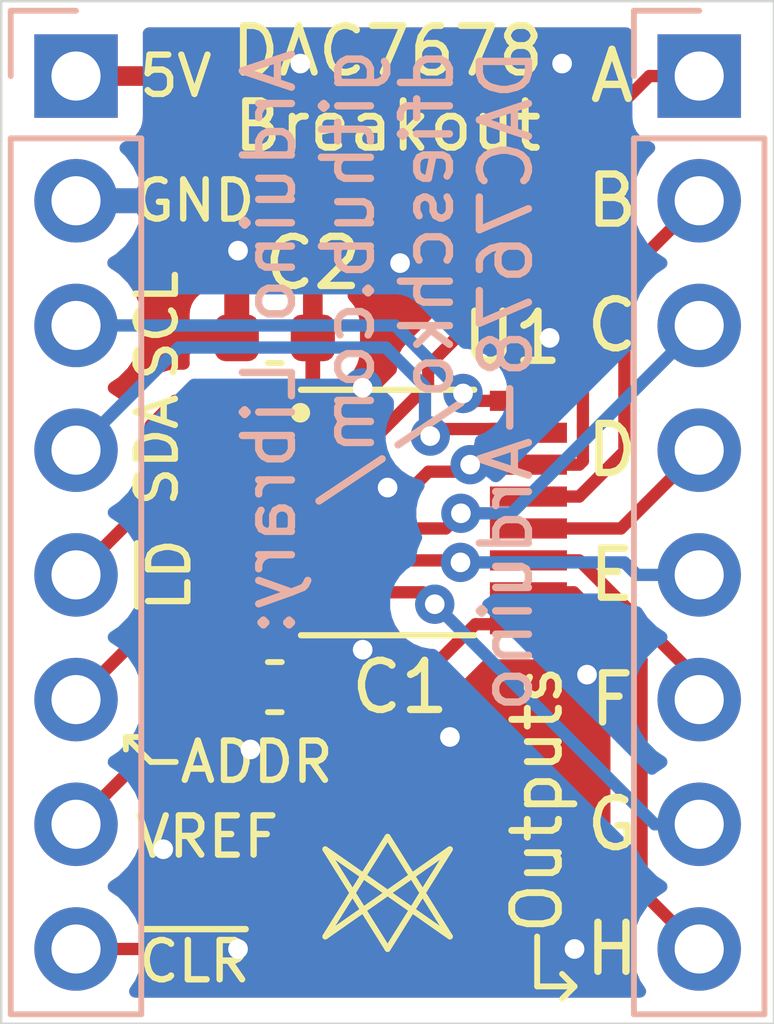
<source format=kicad_pcb>
(kicad_pcb (version 20171130) (host pcbnew "(5.1.10)-1")

  (general
    (thickness 1.6)
    (drawings 38)
    (tracks 113)
    (zones 0)
    (modules 5)
    (nets 17)
  )

  (page A4)
  (layers
    (0 F.Cu signal hide)
    (31 B.Cu signal hide)
    (32 B.Adhes user)
    (33 F.Adhes user)
    (34 B.Paste user)
    (35 F.Paste user)
    (36 B.SilkS user)
    (37 F.SilkS user)
    (38 B.Mask user)
    (39 F.Mask user)
    (40 Dwgs.User user hide)
    (41 Cmts.User user)
    (42 Eco1.User user)
    (43 Eco2.User user)
    (44 Edge.Cuts user)
    (45 Margin user)
    (46 B.CrtYd user)
    (47 F.CrtYd user)
    (48 B.Fab user hide)
    (49 F.Fab user hide)
  )

  (setup
    (last_trace_width 0.25)
    (trace_clearance 0.2)
    (zone_clearance 0.508)
    (zone_45_only no)
    (trace_min 0.2)
    (via_size 0.8)
    (via_drill 0.4)
    (via_min_size 0.4)
    (via_min_drill 0.3)
    (uvia_size 0.3)
    (uvia_drill 0.1)
    (uvias_allowed no)
    (uvia_min_size 0.2)
    (uvia_min_drill 0.1)
    (edge_width 0.05)
    (segment_width 0.2)
    (pcb_text_width 0.3)
    (pcb_text_size 1.5 1.5)
    (mod_edge_width 0.12)
    (mod_text_size 1 1)
    (mod_text_width 0.15)
    (pad_size 1.524 1.524)
    (pad_drill 0.762)
    (pad_to_mask_clearance 0)
    (aux_axis_origin 0 0)
    (visible_elements 7FFFFFFF)
    (pcbplotparams
      (layerselection 0x010fc_ffffffff)
      (usegerberextensions false)
      (usegerberattributes true)
      (usegerberadvancedattributes true)
      (creategerberjobfile true)
      (excludeedgelayer true)
      (linewidth 0.100000)
      (plotframeref false)
      (viasonmask false)
      (mode 1)
      (useauxorigin false)
      (hpglpennumber 1)
      (hpglpenspeed 20)
      (hpglpendiameter 15.000000)
      (psnegative false)
      (psa4output false)
      (plotreference true)
      (plotvalue true)
      (plotinvisibletext false)
      (padsonsilk false)
      (subtractmaskfromsilk false)
      (outputformat 1)
      (mirror false)
      (drillshape 0)
      (scaleselection 1)
      (outputdirectory "gerbers/"))
  )

  (net 0 "")
  (net 1 GND)
  (net 2 VREF)
  (net 3 +5V)
  (net 4 ~CLR)
  (net 5 ~LDAC)
  (net 6 ADDR0)
  (net 7 I2C_SDA)
  (net 8 I2C_SCL)
  (net 9 VOUTH)
  (net 10 VOUTG)
  (net 11 VOUTF)
  (net 12 VOUTE)
  (net 13 VOUTD)
  (net 14 VOUTC)
  (net 15 VOUTB)
  (net 16 VOUTA)

  (net_class Default "This is the default net class."
    (clearance 0.2)
    (trace_width 0.25)
    (via_dia 0.8)
    (via_drill 0.4)
    (uvia_dia 0.3)
    (uvia_drill 0.1)
    (add_net +5V)
    (add_net ADDR0)
    (add_net GND)
    (add_net I2C_SCL)
    (add_net I2C_SDA)
    (add_net VOUTA)
    (add_net VOUTB)
    (add_net VOUTC)
    (add_net VOUTD)
    (add_net VOUTE)
    (add_net VOUTF)
    (add_net VOUTG)
    (add_net VOUTH)
    (add_net VREF)
    (add_net ~CLR)
    (add_net ~LDAC)
  )

  (net_class PWR ""
    (clearance 0.2)
    (trace_width 0.3)
    (via_dia 0.8)
    (via_drill 0.4)
    (uvia_dia 0.3)
    (uvia_drill 0.1)
  )

  (module 16TSSOP:SOP65P640X120-16N (layer F.Cu) (tedit 60FB314B) (tstamp 60FB8F62)
    (at 134.62 88.9)
    (path /60FB01BB)
    (fp_text reference U1 (at 2.54 -3.556) (layer F.SilkS)
      (effects (font (size 1 1) (thickness 0.15)))
    )
    (fp_text value DAC7678SPW (at 0 -11.684) (layer F.Fab)
      (effects (font (size 1 1) (thickness 0.15)))
    )
    (fp_line (start 1.765 2.5) (end -1.765 2.5) (layer F.SilkS) (width 0.127))
    (fp_line (start 3.905 -2.75) (end 3.905 2.75) (layer F.CrtYd) (width 0.05))
    (fp_line (start -3.905 -2.75) (end -3.905 2.75) (layer F.CrtYd) (width 0.05))
    (fp_line (start -3.905 2.75) (end 3.905 2.75) (layer F.CrtYd) (width 0.05))
    (fp_line (start -3.905 -2.75) (end 3.905 -2.75) (layer F.CrtYd) (width 0.05))
    (fp_line (start 2.2 -2.5) (end 2.2 2.5) (layer F.Fab) (width 0.127))
    (fp_line (start -2.2 -2.5) (end -2.2 2.5) (layer F.Fab) (width 0.127))
    (fp_line (start -1.765 -2.5) (end 1.765 -2.5) (layer F.SilkS) (width 0.127))
    (fp_line (start -2.2 2.5) (end 2.2 2.5) (layer F.Fab) (width 0.127))
    (fp_line (start -2.2 -2.5) (end 2.2 -2.5) (layer F.Fab) (width 0.127))
    (fp_circle (center -1.778 -2.032) (end -1.678 -2.032) (layer F.Fab) (width 0.2))
    (fp_circle (center -1.778 -2.032) (end -1.678 -2.032) (layer F.SilkS) (width 0.2))
    (pad 16 smd rect (at 2.87 -2.275) (size 1.57 0.41) (layers F.Cu F.Paste F.Mask)
      (net 8 I2C_SCL))
    (pad 15 smd rect (at 2.87 -1.625) (size 1.57 0.41) (layers F.Cu F.Paste F.Mask)
      (net 7 I2C_SDA))
    (pad 14 smd rect (at 2.87 -0.975) (size 1.57 0.41) (layers F.Cu F.Paste F.Mask)
      (net 1 GND))
    (pad 13 smd rect (at 2.87 -0.325) (size 1.57 0.41) (layers F.Cu F.Paste F.Mask)
      (net 15 VOUTB))
    (pad 12 smd rect (at 2.87 0.325) (size 1.57 0.41) (layers F.Cu F.Paste F.Mask)
      (net 13 VOUTD))
    (pad 11 smd rect (at 2.87 0.975) (size 1.57 0.41) (layers F.Cu F.Paste F.Mask)
      (net 11 VOUTF))
    (pad 10 smd rect (at 2.87 1.625) (size 1.57 0.41) (layers F.Cu F.Paste F.Mask)
      (net 9 VOUTH))
    (pad 9 smd rect (at 2.87 2.275) (size 1.57 0.41) (layers F.Cu F.Paste F.Mask)
      (net 4 ~CLR))
    (pad 8 smd rect (at -2.87 2.275) (size 1.57 0.41) (layers F.Cu F.Paste F.Mask)
      (net 2 VREF))
    (pad 7 smd rect (at -2.87 1.625) (size 1.57 0.41) (layers F.Cu F.Paste F.Mask)
      (net 10 VOUTG))
    (pad 6 smd rect (at -2.87 0.975) (size 1.57 0.41) (layers F.Cu F.Paste F.Mask)
      (net 12 VOUTE))
    (pad 5 smd rect (at -2.87 0.325) (size 1.57 0.41) (layers F.Cu F.Paste F.Mask)
      (net 14 VOUTC))
    (pad 4 smd rect (at -2.87 -0.325) (size 1.57 0.41) (layers F.Cu F.Paste F.Mask)
      (net 16 VOUTA))
    (pad 3 smd rect (at -2.87 -0.975) (size 1.57 0.41) (layers F.Cu F.Paste F.Mask)
      (net 3 +5V))
    (pad 2 smd rect (at -2.87 -1.625) (size 1.57 0.41) (layers F.Cu F.Paste F.Mask)
      (net 6 ADDR0))
    (pad 1 smd rect (at -2.87 -2.275) (size 1.57 0.41) (layers F.Cu F.Paste F.Mask)
      (net 5 ~LDAC))
  )

  (module Connector_PinSocket_2.54mm:PinSocket_1x08_P2.54mm_Vertical (layer B.Cu) (tedit 5A19A420) (tstamp 60FB8F42)
    (at 140.97 80.01 180)
    (descr "Through hole straight socket strip, 1x08, 2.54mm pitch, single row (from Kicad 4.0.7), script generated")
    (tags "Through hole socket strip THT 1x08 2.54mm single row")
    (path /61003A08)
    (fp_text reference J2 (at 0 2.77) (layer B.SilkS) hide
      (effects (font (size 1 1) (thickness 0.15)) (justify mirror))
    )
    (fp_text value Conn_Out (at 0 -20.55) (layer B.Fab)
      (effects (font (size 1 1) (thickness 0.15)) (justify mirror))
    )
    (fp_line (start -1.8 -19.55) (end -1.8 1.8) (layer B.CrtYd) (width 0.05))
    (fp_line (start 1.75 -19.55) (end -1.8 -19.55) (layer B.CrtYd) (width 0.05))
    (fp_line (start 1.75 1.8) (end 1.75 -19.55) (layer B.CrtYd) (width 0.05))
    (fp_line (start -1.8 1.8) (end 1.75 1.8) (layer B.CrtYd) (width 0.05))
    (fp_line (start 0 1.33) (end 1.33 1.33) (layer B.SilkS) (width 0.12))
    (fp_line (start 1.33 1.33) (end 1.33 0) (layer B.SilkS) (width 0.12))
    (fp_line (start 1.33 -1.27) (end 1.33 -19.11) (layer B.SilkS) (width 0.12))
    (fp_line (start -1.33 -19.11) (end 1.33 -19.11) (layer B.SilkS) (width 0.12))
    (fp_line (start -1.33 -1.27) (end -1.33 -19.11) (layer B.SilkS) (width 0.12))
    (fp_line (start -1.33 -1.27) (end 1.33 -1.27) (layer B.SilkS) (width 0.12))
    (fp_line (start -1.27 -19.05) (end -1.27 1.27) (layer B.Fab) (width 0.1))
    (fp_line (start 1.27 -19.05) (end -1.27 -19.05) (layer B.Fab) (width 0.1))
    (fp_line (start 1.27 0.635) (end 1.27 -19.05) (layer B.Fab) (width 0.1))
    (fp_line (start 0.635 1.27) (end 1.27 0.635) (layer B.Fab) (width 0.1))
    (fp_line (start -1.27 1.27) (end 0.635 1.27) (layer B.Fab) (width 0.1))
    (fp_text user %R (at 0 -8.89 270) (layer B.Fab)
      (effects (font (size 1 1) (thickness 0.15)) (justify mirror))
    )
    (pad 8 thru_hole oval (at 0 -17.78 180) (size 1.7 1.7) (drill 1) (layers *.Cu *.Mask)
      (net 9 VOUTH))
    (pad 7 thru_hole oval (at 0 -15.24 180) (size 1.7 1.7) (drill 1) (layers *.Cu *.Mask)
      (net 10 VOUTG))
    (pad 6 thru_hole oval (at 0 -12.7 180) (size 1.7 1.7) (drill 1) (layers *.Cu *.Mask)
      (net 11 VOUTF))
    (pad 5 thru_hole oval (at 0 -10.16 180) (size 1.7 1.7) (drill 1) (layers *.Cu *.Mask)
      (net 12 VOUTE))
    (pad 4 thru_hole oval (at 0 -7.62 180) (size 1.7 1.7) (drill 1) (layers *.Cu *.Mask)
      (net 13 VOUTD))
    (pad 3 thru_hole oval (at 0 -5.08 180) (size 1.7 1.7) (drill 1) (layers *.Cu *.Mask)
      (net 14 VOUTC))
    (pad 2 thru_hole oval (at 0 -2.54 180) (size 1.7 1.7) (drill 1) (layers *.Cu *.Mask)
      (net 15 VOUTB))
    (pad 1 thru_hole rect (at 0 0 180) (size 1.7 1.7) (drill 1) (layers *.Cu *.Mask)
      (net 16 VOUTA))
    (model ${KISYS3DMOD}/Connector_PinSocket_2.54mm.3dshapes/PinSocket_1x08_P2.54mm_Vertical.wrl
      (at (xyz 0 0 0))
      (scale (xyz 1 1 1))
      (rotate (xyz 0 0 0))
    )
  )

  (module Connector_PinSocket_2.54mm:PinSocket_1x08_P2.54mm_Vertical (layer B.Cu) (tedit 5A19A420) (tstamp 60FB8F26)
    (at 128.27 80.01 180)
    (descr "Through hole straight socket strip, 1x08, 2.54mm pitch, single row (from Kicad 4.0.7), script generated")
    (tags "Through hole socket strip THT 1x08 2.54mm single row")
    (path /61001B35)
    (fp_text reference J1 (at 0 2.77) (layer B.SilkS) hide
      (effects (font (size 1 1) (thickness 0.15)) (justify mirror))
    )
    (fp_text value Conn_In (at 0 -20.55) (layer B.Fab)
      (effects (font (size 1 1) (thickness 0.15)) (justify mirror))
    )
    (fp_line (start -1.8 -19.55) (end -1.8 1.8) (layer B.CrtYd) (width 0.05))
    (fp_line (start 1.75 -19.55) (end -1.8 -19.55) (layer B.CrtYd) (width 0.05))
    (fp_line (start 1.75 1.8) (end 1.75 -19.55) (layer B.CrtYd) (width 0.05))
    (fp_line (start -1.8 1.8) (end 1.75 1.8) (layer B.CrtYd) (width 0.05))
    (fp_line (start 0 1.33) (end 1.33 1.33) (layer B.SilkS) (width 0.12))
    (fp_line (start 1.33 1.33) (end 1.33 0) (layer B.SilkS) (width 0.12))
    (fp_line (start 1.33 -1.27) (end 1.33 -19.11) (layer B.SilkS) (width 0.12))
    (fp_line (start -1.33 -19.11) (end 1.33 -19.11) (layer B.SilkS) (width 0.12))
    (fp_line (start -1.33 -1.27) (end -1.33 -19.11) (layer B.SilkS) (width 0.12))
    (fp_line (start -1.33 -1.27) (end 1.33 -1.27) (layer B.SilkS) (width 0.12))
    (fp_line (start -1.27 -19.05) (end -1.27 1.27) (layer B.Fab) (width 0.1))
    (fp_line (start 1.27 -19.05) (end -1.27 -19.05) (layer B.Fab) (width 0.1))
    (fp_line (start 1.27 0.635) (end 1.27 -19.05) (layer B.Fab) (width 0.1))
    (fp_line (start 0.635 1.27) (end 1.27 0.635) (layer B.Fab) (width 0.1))
    (fp_line (start -1.27 1.27) (end 0.635 1.27) (layer B.Fab) (width 0.1))
    (fp_text user %R (at 0 -8.89 270) (layer B.Fab)
      (effects (font (size 1 1) (thickness 0.15)) (justify mirror))
    )
    (pad 8 thru_hole oval (at 0 -17.78 180) (size 1.7 1.7) (drill 1) (layers *.Cu *.Mask)
      (net 4 ~CLR))
    (pad 7 thru_hole oval (at 0 -15.24 180) (size 1.7 1.7) (drill 1) (layers *.Cu *.Mask)
      (net 2 VREF))
    (pad 6 thru_hole oval (at 0 -12.7 180) (size 1.7 1.7) (drill 1) (layers *.Cu *.Mask)
      (net 6 ADDR0))
    (pad 5 thru_hole oval (at 0 -10.16 180) (size 1.7 1.7) (drill 1) (layers *.Cu *.Mask)
      (net 5 ~LDAC))
    (pad 4 thru_hole oval (at 0 -7.62 180) (size 1.7 1.7) (drill 1) (layers *.Cu *.Mask)
      (net 7 I2C_SDA))
    (pad 3 thru_hole oval (at 0 -5.08 180) (size 1.7 1.7) (drill 1) (layers *.Cu *.Mask)
      (net 8 I2C_SCL))
    (pad 2 thru_hole oval (at 0 -2.54 180) (size 1.7 1.7) (drill 1) (layers *.Cu *.Mask)
      (net 1 GND))
    (pad 1 thru_hole rect (at 0 0 180) (size 1.7 1.7) (drill 1) (layers *.Cu *.Mask)
      (net 3 +5V))
    (model ${KISYS3DMOD}/Connector_PinSocket_2.54mm.3dshapes/PinSocket_1x08_P2.54mm_Vertical.wrl
      (at (xyz 0 0 0))
      (scale (xyz 1 1 1))
      (rotate (xyz 0 0 0))
    )
  )

  (module Capacitor_SMD:C_0603_1608Metric (layer F.Cu) (tedit 5F68FEEE) (tstamp 60FB8F0A)
    (at 132.321 85.344 180)
    (descr "Capacitor SMD 0603 (1608 Metric), square (rectangular) end terminal, IPC_7351 nominal, (Body size source: IPC-SM-782 page 76, https://www.pcb-3d.com/wordpress/wp-content/uploads/ipc-sm-782a_amendment_1_and_2.pdf), generated with kicad-footprint-generator")
    (tags capacitor)
    (path /60FC54BF)
    (attr smd)
    (fp_text reference C2 (at -0.775 1.524) (layer F.SilkS)
      (effects (font (size 1 1) (thickness 0.15)))
    )
    (fp_text value 1u (at -2.553 0.254) (layer F.Fab)
      (effects (font (size 1 1) (thickness 0.15)))
    )
    (fp_line (start 1.48 0.73) (end -1.48 0.73) (layer F.CrtYd) (width 0.05))
    (fp_line (start 1.48 -0.73) (end 1.48 0.73) (layer F.CrtYd) (width 0.05))
    (fp_line (start -1.48 -0.73) (end 1.48 -0.73) (layer F.CrtYd) (width 0.05))
    (fp_line (start -1.48 0.73) (end -1.48 -0.73) (layer F.CrtYd) (width 0.05))
    (fp_line (start -0.14058 0.51) (end 0.14058 0.51) (layer F.SilkS) (width 0.12))
    (fp_line (start -0.14058 -0.51) (end 0.14058 -0.51) (layer F.SilkS) (width 0.12))
    (fp_line (start 0.8 0.4) (end -0.8 0.4) (layer F.Fab) (width 0.1))
    (fp_line (start 0.8 -0.4) (end 0.8 0.4) (layer F.Fab) (width 0.1))
    (fp_line (start -0.8 -0.4) (end 0.8 -0.4) (layer F.Fab) (width 0.1))
    (fp_line (start -0.8 0.4) (end -0.8 -0.4) (layer F.Fab) (width 0.1))
    (fp_text user %R (at 0 0) (layer F.Fab)
      (effects (font (size 0.4 0.4) (thickness 0.06)))
    )
    (pad 2 smd roundrect (at 0.775 0 180) (size 0.9 0.95) (layers F.Cu F.Paste F.Mask) (roundrect_rratio 0.25)
      (net 1 GND))
    (pad 1 smd roundrect (at -0.775 0 180) (size 0.9 0.95) (layers F.Cu F.Paste F.Mask) (roundrect_rratio 0.25)
      (net 3 +5V))
    (model ${KISYS3DMOD}/Capacitor_SMD.3dshapes/C_0603_1608Metric.wrl
      (at (xyz 0 0 0))
      (scale (xyz 1 1 1))
      (rotate (xyz 0 0 0))
    )
  )

  (module Capacitor_SMD:C_0603_1608Metric (layer F.Cu) (tedit 5F68FEEE) (tstamp 60FB8EF9)
    (at 132.321 92.456)
    (descr "Capacitor SMD 0603 (1608 Metric), square (rectangular) end terminal, IPC_7351 nominal, (Body size source: IPC-SM-782 page 76, https://www.pcb-3d.com/wordpress/wp-content/uploads/ipc-sm-782a_amendment_1_and_2.pdf), generated with kicad-footprint-generator")
    (tags capacitor)
    (path /60FC647D)
    (attr smd)
    (fp_text reference C1 (at 2.553 0) (layer F.SilkS)
      (effects (font (size 1 1) (thickness 0.15)))
    )
    (fp_text value 1u (at 0 1.43) (layer F.Fab)
      (effects (font (size 1 1) (thickness 0.15)))
    )
    (fp_line (start 1.48 0.73) (end -1.48 0.73) (layer F.CrtYd) (width 0.05))
    (fp_line (start 1.48 -0.73) (end 1.48 0.73) (layer F.CrtYd) (width 0.05))
    (fp_line (start -1.48 -0.73) (end 1.48 -0.73) (layer F.CrtYd) (width 0.05))
    (fp_line (start -1.48 0.73) (end -1.48 -0.73) (layer F.CrtYd) (width 0.05))
    (fp_line (start -0.14058 0.51) (end 0.14058 0.51) (layer F.SilkS) (width 0.12))
    (fp_line (start -0.14058 -0.51) (end 0.14058 -0.51) (layer F.SilkS) (width 0.12))
    (fp_line (start 0.8 0.4) (end -0.8 0.4) (layer F.Fab) (width 0.1))
    (fp_line (start 0.8 -0.4) (end 0.8 0.4) (layer F.Fab) (width 0.1))
    (fp_line (start -0.8 -0.4) (end 0.8 -0.4) (layer F.Fab) (width 0.1))
    (fp_line (start -0.8 0.4) (end -0.8 -0.4) (layer F.Fab) (width 0.1))
    (fp_text user %R (at 0 0) (layer F.Fab)
      (effects (font (size 0.4 0.4) (thickness 0.06)))
    )
    (pad 2 smd roundrect (at 0.775 0) (size 0.9 0.95) (layers F.Cu F.Paste F.Mask) (roundrect_rratio 0.25)
      (net 1 GND))
    (pad 1 smd roundrect (at -0.775 0) (size 0.9 0.95) (layers F.Cu F.Paste F.Mask) (roundrect_rratio 0.25)
      (net 2 VREF))
    (model ${KISYS3DMOD}/Capacitor_SMD.3dshapes/C_0603_1608Metric.wrl
      (at (xyz 0 0 0))
      (scale (xyz 1 1 1))
      (rotate (xyz 0 0 0))
    )
  )

  (gr_text "Arduino Library:\ngithub.com/\ndfieschko/\nDAC7678-Arduino" (at 134.62 79.375 90) (layer B.SilkS)
    (effects (font (size 1 1) (thickness 0.15)) (justify left mirror))
  )
  (gr_line (start 135.89 95.758) (end 133.35 97.536) (layer F.SilkS) (width 0.12) (tstamp 60FF24C0))
  (gr_line (start 134.62 97.79) (end 135.89 95.758) (layer F.SilkS) (width 0.12))
  (gr_line (start 133.35 95.758) (end 134.62 97.79) (layer F.SilkS) (width 0.12))
  (gr_line (start 135.89 97.536) (end 133.35 95.758) (layer F.SilkS) (width 0.12))
  (gr_line (start 134.62 95.504) (end 135.89 97.536) (layer F.SilkS) (width 0.12))
  (gr_line (start 133.35 97.536) (end 134.62 95.504) (layer F.SilkS) (width 0.12))
  (gr_line (start 138.43 98.552) (end 138.176 98.806) (layer F.SilkS) (width 0.12))
  (gr_line (start 138.43 98.552) (end 138.176 98.298) (layer F.SilkS) (width 0.12))
  (gr_line (start 137.668 98.552) (end 138.43 98.552) (layer F.SilkS) (width 0.12))
  (gr_line (start 137.668 97.536) (end 137.668 98.552) (layer F.SilkS) (width 0.12))
  (gr_line (start 129.794 93.98) (end 129.54 93.726) (layer F.SilkS) (width 0.12) (tstamp 60FF243A))
  (gr_line (start 130.302 93.98) (end 129.794 93.98) (layer F.SilkS) (width 0.12))
  (gr_line (start 129.286 93.472) (end 129.54 93.472) (layer F.SilkS) (width 0.12))
  (gr_line (start 129.286 93.472) (end 129.286 93.726) (layer F.SilkS) (width 0.12))
  (gr_line (start 129.54 93.726) (end 129.286 93.472) (layer F.SilkS) (width 0.12))
  (gr_text Outputs (at 137.668 94.742 90) (layer F.SilkS) (tstamp 60FBA366)
    (effects (font (size 0.95 0.95) (thickness 0.14)))
  )
  (gr_text "DAC7678\nBreakout" (at 134.62 80.264) (layer F.SilkS)
    (effects (font (size 0.95 0.95) (thickness 0.14)))
  )
  (gr_text ADDR (at 131.953 93.98) (layer F.SilkS)
    (effects (font (size 0.8 0.8) (thickness 0.13)))
  )
  (gr_text H (at 139.192 97.79) (layer F.SilkS)
    (effects (font (size 1 1) (thickness 0.15)))
  )
  (gr_text G (at 139.192 95.25) (layer F.SilkS)
    (effects (font (size 1 1) (thickness 0.15)))
  )
  (gr_text F (at 139.192 92.71) (layer F.SilkS)
    (effects (font (size 1 1) (thickness 0.15)))
  )
  (gr_text E (at 139.192 90.17) (layer F.SilkS)
    (effects (font (size 1 1) (thickness 0.15)))
  )
  (gr_text D (at 139.192 87.63) (layer F.SilkS)
    (effects (font (size 1 1) (thickness 0.15)))
  )
  (gr_text C (at 139.192 85.09) (layer F.SilkS)
    (effects (font (size 1 1) (thickness 0.15)))
  )
  (gr_text B (at 139.192 82.55) (layer F.SilkS)
    (effects (font (size 1 1) (thickness 0.15)))
  )
  (gr_text A (at 139.192 80.01) (layer F.SilkS) (tstamp 60FB9E35)
    (effects (font (size 1 1) (thickness 0.15)))
  )
  (gr_text ~LD (at 130.175 90.17 90) (layer F.SilkS)
    (effects (font (size 0.8 0.8) (thickness 0.13)))
  )
  (gr_text 5V (at 130.302 80.01) (layer F.SilkS)
    (effects (font (size 0.8 0.8) (thickness 0.13)))
  )
  (gr_text GND (at 130.683 82.55) (layer F.SilkS)
    (effects (font (size 0.8 0.8) (thickness 0.13)))
  )
  (gr_text SCL (at 129.921 85.09 90) (layer F.SilkS)
    (effects (font (size 0.8 0.8) (thickness 0.13)))
  )
  (gr_text SDA (at 129.921 87.63 90) (layer F.SilkS)
    (effects (font (size 0.8 0.8) (thickness 0.13)))
  )
  (gr_text VREF (at 130.937 95.504) (layer F.SilkS)
    (effects (font (size 0.8 0.8) (thickness 0.13)))
  )
  (gr_text ~CLR (at 130.683 98.044) (layer F.SilkS)
    (effects (font (size 0.8 0.8) (thickness 0.13)))
  )
  (gr_line (start 142.494 78.486) (end 142.494 99.314) (layer Edge.Cuts) (width 0.05) (tstamp 60FB95F6))
  (gr_line (start 126.746 78.486) (end 142.494 78.486) (layer Edge.Cuts) (width 0.05))
  (gr_line (start 126.746 99.314) (end 126.746 78.486) (layer Edge.Cuts) (width 0.05))
  (gr_line (start 142.494 99.314) (end 126.746 99.314) (layer Edge.Cuts) (width 0.05))

  (via (at 136.302537 87.925001) (size 0.8) (drill 0.4) (layers F.Cu B.Cu) (net 1))
  (segment (start 136.302538 87.925) (end 136.302537 87.925001) (width 0.25) (layer F.Cu) (net 1))
  (segment (start 137.49 87.925) (end 136.302538 87.925) (width 0.4) (layer F.Cu) (net 1))
  (via (at 134.62 88.392) (size 0.8) (drill 0.4) (layers F.Cu B.Cu) (net 1))
  (segment (start 136.159208 88.06833) (end 135.45167 88.06833) (width 0.25) (layer F.Cu) (net 1))
  (segment (start 136.302537 87.925001) (end 136.159208 88.06833) (width 0.25) (layer F.Cu) (net 1))
  (segment (start 135.128 88.392) (end 134.112 88.392) (width 0.25) (layer F.Cu) (net 1))
  (segment (start 135.45167 88.06833) (end 135.128 88.392) (width 0.25) (layer F.Cu) (net 1))
  (segment (start 136.302537 87.925001) (end 136.610999 87.925001) (width 0.25) (layer B.Cu) (net 1))
  (via (at 137.922 85.344) (size 0.8) (drill 0.4) (layers F.Cu B.Cu) (net 1))
  (segment (start 137.922 86.614) (end 137.922 85.344) (width 0.25) (layer B.Cu) (net 1))
  (segment (start 136.610999 87.925001) (end 137.922 86.614) (width 0.25) (layer B.Cu) (net 1))
  (via (at 130.048 95.758) (size 0.8) (drill 0.4) (layers F.Cu B.Cu) (net 1))
  (via (at 134.874 83.82) (size 0.8) (drill 0.4) (layers F.Cu B.Cu) (net 1))
  (via (at 138.176 79.756) (size 0.8) (drill 0.4) (layers F.Cu B.Cu) (net 1))
  (via (at 132.842 79.756) (size 0.8) (drill 0.4) (layers F.Cu B.Cu) (net 1))
  (via (at 135.89 93.472) (size 0.8) (drill 0.4) (layers F.Cu B.Cu) (net 1))
  (via (at 138.43 97.79) (size 0.8) (drill 0.4) (layers F.Cu B.Cu) (net 1))
  (via (at 131.572 97.79) (size 0.8) (drill 0.4) (layers F.Cu B.Cu) (net 1))
  (via (at 134.112 91.694) (size 0.8) (drill 0.4) (layers F.Cu B.Cu) (net 1))
  (via (at 134.112 86.36) (size 0.8) (drill 0.4) (layers F.Cu B.Cu) (net 1))
  (segment (start 134.112 91.694) (end 133.858 91.44) (width 0.25) (layer F.Cu) (net 1))
  (segment (start 133.858 91.44) (end 133.35 91.44) (width 0.25) (layer F.Cu) (net 1))
  (segment (start 133.35 91.44) (end 133.096 91.694) (width 0.25) (layer F.Cu) (net 1))
  (segment (start 130.556 94.996) (end 131.318 94.996) (width 0.25) (layer F.Cu) (net 1))
  (segment (start 133.096 93.218) (end 133.096 92.456) (width 0.25) (layer F.Cu) (net 1))
  (segment (start 131.318 94.996) (end 133.096 93.218) (width 0.25) (layer F.Cu) (net 1))
  (segment (start 133.096 92.456) (end 133.096 91.694) (width 0.25) (layer F.Cu) (net 1))
  (segment (start 133.096 92.456) (end 133.858 92.456) (width 0.25) (layer F.Cu) (net 1))
  (segment (start 133.858 92.456) (end 134.112 92.202) (width 0.25) (layer F.Cu) (net 1))
  (via (at 131.826 93.726) (size 0.8) (drill 0.4) (layers F.Cu B.Cu) (net 1))
  (via (at 138.684 92.202) (size 0.8) (drill 0.4) (layers F.Cu B.Cu) (net 1))
  (segment (start 138.600001 86.022001) (end 137.922 85.344) (width 0.25) (layer F.Cu) (net 1))
  (segment (start 138.600001 87.849999) (end 138.600001 86.022001) (width 0.25) (layer F.Cu) (net 1))
  (segment (start 138.525 87.925) (end 138.600001 87.849999) (width 0.25) (layer F.Cu) (net 1))
  (segment (start 137.49 87.925) (end 138.525 87.925) (width 0.25) (layer F.Cu) (net 1))
  (via (at 131.572 83.566) (size 0.8) (drill 0.4) (layers F.Cu B.Cu) (net 1))
  (segment (start 131.75 91.998) (end 131.292 92.456) (width 0.25) (layer F.Cu) (net 2))
  (segment (start 131.75 91.175) (end 131.75 91.998) (width 0.25) (layer F.Cu) (net 2))
  (segment (start 131.064 92.456) (end 131.292 92.456) (width 0.25) (layer F.Cu) (net 2))
  (segment (start 131.546 92.456) (end 130.556 92.456) (width 0.25) (layer F.Cu) (net 2))
  (segment (start 129.794 93.218) (end 129.794 93.726) (width 0.25) (layer F.Cu) (net 2))
  (segment (start 130.556 92.456) (end 129.794 93.218) (width 0.25) (layer F.Cu) (net 2))
  (segment (start 128.27 95.25) (end 129.794 93.726) (width 0.25) (layer F.Cu) (net 2))
  (segment (start 132.675002 87.925) (end 131.75 87.925) (width 0.3) (layer F.Cu) (net 3))
  (segment (start 133.096 87.504002) (end 132.675002 87.925) (width 0.3) (layer F.Cu) (net 3))
  (segment (start 133.096 85.344) (end 133.096 87.504002) (width 0.3) (layer F.Cu) (net 3))
  (segment (start 133.096 85.344) (end 133.096 82.804) (width 0.4) (layer F.Cu) (net 3))
  (segment (start 130.302 80.01) (end 128.27 80.01) (width 0.4) (layer F.Cu) (net 3))
  (segment (start 133.096 82.804) (end 130.302 80.01) (width 0.4) (layer F.Cu) (net 3))
  (segment (start 137.49 91.175) (end 136.409 91.175) (width 0.25) (layer F.Cu) (net 4))
  (segment (start 129.794 97.79) (end 128.27 97.79) (width 0.25) (layer F.Cu) (net 4))
  (segment (start 136.409 91.175) (end 129.794 97.79) (width 0.25) (layer F.Cu) (net 4))
  (segment (start 129.794 88.646) (end 129.794 87.122) (width 0.25) (layer F.Cu) (net 5))
  (segment (start 129.794 87.122) (end 130.291 86.625) (width 0.25) (layer F.Cu) (net 5))
  (segment (start 128.27 90.17) (end 129.794 88.646) (width 0.25) (layer F.Cu) (net 5))
  (segment (start 130.291 86.625) (end 131.75 86.625) (width 0.25) (layer F.Cu) (net 5))
  (segment (start 131.75 87.275) (end 130.657 87.275) (width 0.25) (layer F.Cu) (net 6))
  (segment (start 130.302 87.63) (end 130.302 90.678) (width 0.25) (layer F.Cu) (net 6))
  (segment (start 130.657 87.275) (end 130.302 87.63) (width 0.25) (layer F.Cu) (net 6))
  (segment (start 130.302 90.678) (end 128.27 92.71) (width 0.25) (layer F.Cu) (net 6))
  (via (at 135.489112 87.343329) (size 0.8) (drill 0.4) (layers F.Cu B.Cu) (net 7))
  (segment (start 137.415 87.2) (end 137.49 87.275) (width 0.25) (layer F.Cu) (net 7))
  (segment (start 135.632441 87.2) (end 137.415 87.2) (width 0.25) (layer F.Cu) (net 7))
  (segment (start 135.489112 87.343329) (end 135.632441 87.2) (width 0.25) (layer F.Cu) (net 7))
  (segment (start 135.382 87.236217) (end 135.489112 87.343329) (width 0.25) (layer B.Cu) (net 7))
  (segment (start 135.382 86.336183) (end 135.382 87.236217) (width 0.25) (layer B.Cu) (net 7))
  (segment (start 134.585827 85.54001) (end 135.382 86.336183) (width 0.25) (layer B.Cu) (net 7))
  (segment (start 130.35999 85.54001) (end 134.585827 85.54001) (width 0.25) (layer B.Cu) (net 7))
  (segment (start 128.27 87.63) (end 130.35999 85.54001) (width 0.25) (layer B.Cu) (net 7))
  (segment (start 134.772227 85.09) (end 136.157227 86.475) (width 0.25) (layer B.Cu) (net 8))
  (via (at 136.157227 86.475) (size 0.8) (drill 0.4) (layers F.Cu B.Cu) (net 8))
  (segment (start 128.27 85.09) (end 134.772227 85.09) (width 0.25) (layer B.Cu) (net 8) (tstamp 60FB968D))
  (segment (start 136.307227 86.625) (end 136.157227 86.475) (width 0.25) (layer F.Cu) (net 8))
  (segment (start 137.49 86.625) (end 136.307227 86.625) (width 0.25) (layer F.Cu) (net 8))
  (segment (start 139.794999 96.614999) (end 140.97 97.79) (width 0.25) (layer F.Cu) (net 9))
  (segment (start 139.794999 91.904997) (end 139.794999 96.614999) (width 0.25) (layer F.Cu) (net 9))
  (segment (start 138.415002 90.525) (end 139.794999 91.904997) (width 0.25) (layer F.Cu) (net 9))
  (segment (start 137.49 90.525) (end 138.415002 90.525) (width 0.25) (layer F.Cu) (net 9))
  (via (at 135.580947 90.767474) (size 0.8) (drill 0.4) (layers F.Cu B.Cu) (net 10))
  (segment (start 135.338473 90.525) (end 135.580947 90.767474) (width 0.25) (layer F.Cu) (net 10))
  (segment (start 131.75 90.525) (end 135.338473 90.525) (width 0.25) (layer F.Cu) (net 10))
  (segment (start 140.063473 95.25) (end 140.97 95.25) (width 0.25) (layer B.Cu) (net 10))
  (segment (start 135.580947 90.767474) (end 140.063473 95.25) (width 0.25) (layer B.Cu) (net 10))
  (segment (start 140.97 92.32) (end 140.97 92.71) (width 0.25) (layer F.Cu) (net 11))
  (segment (start 138.525 89.875) (end 140.97 92.32) (width 0.25) (layer F.Cu) (net 11))
  (segment (start 137.49 89.875) (end 138.525 89.875) (width 0.25) (layer F.Cu) (net 11))
  (via (at 136.104992 89.915781) (size 0.8) (drill 0.4) (layers F.Cu B.Cu) (net 12))
  (segment (start 136.064211 89.875) (end 136.104992 89.915781) (width 0.25) (layer F.Cu) (net 12))
  (segment (start 131.75 89.875) (end 136.064211 89.875) (width 0.25) (layer F.Cu) (net 12))
  (segment (start 139.700438 90.17) (end 139.446219 89.915781) (width 0.25) (layer B.Cu) (net 12))
  (segment (start 140.97 90.17) (end 139.700438 90.17) (width 0.25) (layer B.Cu) (net 12))
  (segment (start 136.104992 89.915781) (end 139.446219 89.915781) (width 0.25) (layer B.Cu) (net 12))
  (segment (start 139.375 89.225) (end 140.97 87.63) (width 0.25) (layer F.Cu) (net 13))
  (segment (start 137.49 89.225) (end 139.375 89.225) (width 0.25) (layer F.Cu) (net 13))
  (via (at 136.114111 88.915821) (size 0.8) (drill 0.4) (layers F.Cu B.Cu) (net 14))
  (segment (start 135.804932 89.225) (end 136.114111 88.915821) (width 0.25) (layer F.Cu) (net 14))
  (segment (start 131.75 89.225) (end 135.804932 89.225) (width 0.25) (layer F.Cu) (net 14))
  (segment (start 137.144179 88.915821) (end 140.97 85.09) (width 0.25) (layer B.Cu) (net 14))
  (segment (start 136.114111 88.915821) (end 137.144179 88.915821) (width 0.25) (layer B.Cu) (net 14))
  (segment (start 138.525 88.575) (end 139.446 87.654) (width 0.25) (layer F.Cu) (net 15))
  (segment (start 137.49 88.575) (end 138.525 88.575) (width 0.25) (layer F.Cu) (net 15))
  (segment (start 139.446 84.074) (end 140.97 82.55) (width 0.25) (layer F.Cu) (net 15))
  (segment (start 139.446 87.654) (end 139.446 84.074) (width 0.25) (layer F.Cu) (net 15))
  (segment (start 138.747 81.217) (end 139.954 80.01) (width 0.25) (layer F.Cu) (net 16))
  (segment (start 135.445 86.297) (end 135.445 85.915) (width 0.25) (layer F.Cu) (net 16))
  (segment (start 139.954 80.01) (end 140.97 80.01) (width 0.25) (layer F.Cu) (net 16))
  (segment (start 135.445 85.915) (end 138.747 82.613) (width 0.25) (layer F.Cu) (net 16))
  (segment (start 134.366 87.376) (end 135.445 86.297) (width 0.25) (layer F.Cu) (net 16))
  (segment (start 134.054998 87.376) (end 134.366 87.376) (width 0.25) (layer F.Cu) (net 16))
  (segment (start 138.747 82.613) (end 138.747 81.217) (width 0.25) (layer F.Cu) (net 16))
  (segment (start 132.855998 88.575) (end 134.054998 87.376) (width 0.25) (layer F.Cu) (net 16))
  (segment (start 131.75 88.575) (end 132.855998 88.575) (width 0.25) (layer F.Cu) (net 16))

  (zone (net 1) (net_name GND) (layer F.Cu) (tstamp 60FEEE10) (hatch edge 0.508)
    (connect_pads (clearance 0.508))
    (min_thickness 0.254)
    (fill yes (arc_segments 32) (thermal_gap 0.508) (thermal_bridge_width 0.508))
    (polygon
      (pts
        (xy 142.24 99.06) (xy 127 99.06) (xy 127 78.74) (xy 142.24 78.74)
      )
    )
    (filled_polygon
      (pts
        (xy 139.034999 92.2198) (xy 139.035 96.577667) (xy 139.031323 96.614999) (xy 139.045997 96.763984) (xy 139.089453 96.907245)
        (xy 139.160025 97.039275) (xy 139.2312 97.126001) (xy 139.254999 97.155) (xy 139.283997 97.178798) (xy 139.528791 97.423592)
        (xy 139.485 97.64374) (xy 139.485 97.93626) (xy 139.542068 98.223158) (xy 139.65401 98.493411) (xy 139.761312 98.654)
        (xy 129.478688 98.654) (xy 129.548178 98.55) (xy 129.756678 98.55) (xy 129.794 98.553676) (xy 129.831322 98.55)
        (xy 129.831333 98.55) (xy 129.942986 98.539003) (xy 130.086247 98.495546) (xy 130.218276 98.424974) (xy 130.334001 98.330001)
        (xy 130.357804 98.300997) (xy 136.646492 92.01231) (xy 136.705 92.018072) (xy 138.275 92.018072) (xy 138.399482 92.005812)
        (xy 138.51918 91.969502) (xy 138.629494 91.910537) (xy 138.682355 91.867155)
      )
    )
    (filled_polygon
      (pts
        (xy 130.841503 93.423618) (xy 130.990717 93.503375) (xy 131.152623 93.552488) (xy 131.321 93.569072) (xy 131.771 93.569072)
        (xy 131.939377 93.552488) (xy 132.101283 93.503375) (xy 132.247351 93.4253) (xy 132.291506 93.461537) (xy 132.40182 93.520502)
        (xy 132.521518 93.556812) (xy 132.646 93.569072) (xy 132.81025 93.566) (xy 132.968998 93.407252) (xy 132.968998 93.5402)
        (xy 129.520549 96.98865) (xy 129.423475 96.843368) (xy 129.216632 96.636525) (xy 129.04224 96.52) (xy 129.216632 96.403475)
        (xy 129.423475 96.196632) (xy 129.58599 95.953411) (xy 129.697932 95.683158) (xy 129.755 95.39626) (xy 129.755 95.10374)
        (xy 129.71121 94.883593) (xy 130.305008 94.289795) (xy 130.334001 94.266001) (xy 130.357795 94.237008) (xy 130.357799 94.237004)
        (xy 130.428973 94.150277) (xy 130.435572 94.137932) (xy 130.499546 94.018247) (xy 130.543003 93.874986) (xy 130.554 93.763333)
        (xy 130.554 93.763324) (xy 130.557676 93.726001) (xy 130.554 93.688678) (xy 130.554 93.532801) (xy 130.743562 93.34324)
      )
    )
    (filled_polygon
      (pts
        (xy 133.223 92.329) (xy 133.243 92.329) (xy 133.243 92.583) (xy 133.223 92.583) (xy 133.223 92.603)
        (xy 132.969 92.603) (xy 132.969 92.583) (xy 132.949 92.583) (xy 132.949 92.329) (xy 132.969 92.329)
        (xy 132.969 92.309) (xy 133.223 92.309)
      )
    )
    (filled_polygon
      (pts
        (xy 134.77701 91.427248) (xy 134.921173 91.571411) (xy 134.931132 91.578066) (xy 134.1802 92.328998) (xy 134.022252 92.328998)
        (xy 134.181 92.17025) (xy 134.184072 91.981) (xy 134.171812 91.856518) (xy 134.135502 91.73682) (xy 134.076537 91.626506)
        (xy 133.997185 91.529815) (xy 133.900494 91.450463) (xy 133.79018 91.391498) (xy 133.670482 91.355188) (xy 133.546 91.342928)
        (xy 133.38175 91.346) (xy 133.223002 91.504748) (xy 133.223002 91.346) (xy 133.173072 91.346) (xy 133.173072 91.285)
        (xy 134.681963 91.285)
      )
    )
    (filled_polygon
      (pts
        (xy 134.829338 88.147266) (xy 134.998856 88.260534) (xy 135.187214 88.338555) (xy 135.247087 88.350464) (xy 135.196906 88.425565)
        (xy 135.180571 88.465) (xy 134.0408 88.465) (xy 134.366137 88.139662) (xy 134.403322 88.136) (xy 134.403333 88.136)
        (xy 134.514986 88.125003) (xy 134.658247 88.081546) (xy 134.726914 88.044842)
      )
    )
    (filled_polygon
      (pts
        (xy 139.481928 79.16) (xy 139.481928 79.414251) (xy 139.413999 79.469999) (xy 139.390201 79.498997) (xy 138.235998 80.653201)
        (xy 138.207 80.676999) (xy 138.183202 80.705997) (xy 138.183201 80.705998) (xy 138.112026 80.792724) (xy 138.041454 80.924754)
        (xy 138.01118 81.024558) (xy 137.998913 81.065) (xy 137.997998 81.068015) (xy 137.983324 81.217) (xy 137.987001 81.254332)
        (xy 137.987 82.298198) (xy 134.934002 85.351197) (xy 134.904999 85.374999) (xy 134.810026 85.490724) (xy 134.739454 85.622753)
        (xy 134.695997 85.766014) (xy 134.685 85.877667) (xy 134.685 85.877678) (xy 134.681324 85.915) (xy 134.685 85.952322)
        (xy 134.685 85.982197) (xy 134.054861 86.612337) (xy 134.017674 86.616) (xy 134.017665 86.616) (xy 133.906012 86.626997)
        (xy 133.881 86.634584) (xy 133.881 86.245551) (xy 133.931284 86.204284) (xy 134.038618 86.073497) (xy 134.118375 85.924283)
        (xy 134.167488 85.762377) (xy 134.184072 85.594) (xy 134.184072 85.094) (xy 134.167488 84.925623) (xy 134.118375 84.763717)
        (xy 134.038618 84.614503) (xy 133.931284 84.483716) (xy 133.931 84.483483) (xy 133.931 82.845018) (xy 133.93504 82.804)
        (xy 133.924697 82.698987) (xy 133.918918 82.640311) (xy 133.871172 82.482913) (xy 133.793636 82.337854) (xy 133.689291 82.210709)
        (xy 133.657432 82.184563) (xy 130.921446 79.448579) (xy 130.895291 79.416709) (xy 130.768146 79.312364) (xy 130.623087 79.234828)
        (xy 130.465689 79.187082) (xy 130.343019 79.175) (xy 130.343018 79.175) (xy 130.302 79.17096) (xy 130.260982 79.175)
        (xy 129.758072 79.175) (xy 129.758072 79.16) (xy 129.756693 79.146) (xy 139.483307 79.146)
      )
    )
    (filled_polygon
      (pts
        (xy 132.261001 83.14987) (xy 132.261 84.290627) (xy 132.24018 84.279498) (xy 132.120482 84.243188) (xy 131.996 84.230928)
        (xy 131.83175 84.234) (xy 131.673 84.39275) (xy 131.673 85.217) (xy 131.693 85.217) (xy 131.693 85.471)
        (xy 131.673 85.471) (xy 131.673 85.491) (xy 131.419 85.491) (xy 131.419 85.471) (xy 130.61975 85.471)
        (xy 130.461 85.62975) (xy 130.457928 85.819) (xy 130.462458 85.865) (xy 130.328322 85.865) (xy 130.290999 85.861324)
        (xy 130.253676 85.865) (xy 130.253667 85.865) (xy 130.142014 85.875997) (xy 130.02596 85.911201) (xy 129.998753 85.919454)
        (xy 129.866723 85.990026) (xy 129.824146 86.024969) (xy 129.750999 86.084999) (xy 129.727196 86.114003) (xy 129.290653 86.550546)
        (xy 129.216632 86.476525) (xy 129.04224 86.36) (xy 129.216632 86.243475) (xy 129.423475 86.036632) (xy 129.58599 85.793411)
        (xy 129.697932 85.523158) (xy 129.755 85.23626) (xy 129.755 84.94374) (xy 129.740134 84.869) (xy 130.457928 84.869)
        (xy 130.461 85.05825) (xy 130.61975 85.217) (xy 131.419 85.217) (xy 131.419 84.39275) (xy 131.26025 84.234)
        (xy 131.096 84.230928) (xy 130.971518 84.243188) (xy 130.85182 84.279498) (xy 130.741506 84.338463) (xy 130.644815 84.417815)
        (xy 130.565463 84.514506) (xy 130.506498 84.62482) (xy 130.470188 84.744518) (xy 130.457928 84.869) (xy 129.740134 84.869)
        (xy 129.697932 84.656842) (xy 129.58599 84.386589) (xy 129.423475 84.143368) (xy 129.216632 83.936525) (xy 129.034466 83.814805)
        (xy 129.151355 83.745178) (xy 129.367588 83.550269) (xy 129.541641 83.31692) (xy 129.666825 83.054099) (xy 129.711476 82.90689)
        (xy 129.590155 82.677) (xy 128.397 82.677) (xy 128.397 82.697) (xy 128.143 82.697) (xy 128.143 82.677)
        (xy 128.123 82.677) (xy 128.123 82.423) (xy 128.143 82.423) (xy 128.143 82.403) (xy 128.397 82.403)
        (xy 128.397 82.423) (xy 129.590155 82.423) (xy 129.711476 82.19311) (xy 129.666825 82.045901) (xy 129.541641 81.78308)
        (xy 129.367588 81.549731) (xy 129.283534 81.473966) (xy 129.36418 81.449502) (xy 129.474494 81.390537) (xy 129.571185 81.311185)
        (xy 129.650537 81.214494) (xy 129.709502 81.10418) (xy 129.745812 80.984482) (xy 129.758072 80.86) (xy 129.758072 80.845)
        (xy 129.956133 80.845)
      )
    )
    (filled_polygon
      (pts
        (xy 139.52879 82.916408) (xy 138.934998 83.510201) (xy 138.906 83.533999) (xy 138.882202 83.562997) (xy 138.882201 83.562998)
        (xy 138.811026 83.649724) (xy 138.740454 83.781754) (xy 138.714902 83.86599) (xy 138.696998 83.925014) (xy 138.686165 84.035)
        (xy 138.682324 84.074) (xy 138.686001 84.111332) (xy 138.686 85.935837) (xy 138.629494 85.889463) (xy 138.51918 85.830498)
        (xy 138.399482 85.794188) (xy 138.275 85.781928) (xy 136.927866 85.781928) (xy 136.817001 85.671063) (xy 136.785072 85.649729)
        (xy 139.258004 83.176798) (xy 139.287001 83.153001) (xy 139.381974 83.037276) (xy 139.452546 82.905247) (xy 139.496003 82.761986)
        (xy 139.496689 82.755023)
      )
    )
  )
  (zone (net 1) (net_name GND) (layer B.Cu) (tstamp 60FEEE0D) (hatch edge 0.508)
    (connect_pads (clearance 0.508))
    (min_thickness 0.254)
    (fill yes (arc_segments 32) (thermal_gap 0.508) (thermal_bridge_width 0.508))
    (polygon
      (pts
        (xy 142.24 99.06) (xy 127 99.06) (xy 127 78.74) (xy 142.24 78.74)
      )
    )
    (filled_polygon
      (pts
        (xy 134.622 86.650985) (xy 134.622 86.778103) (xy 134.571907 86.853073) (xy 134.493886 87.041431) (xy 134.454112 87.24139)
        (xy 134.454112 87.445268) (xy 134.493886 87.645227) (xy 134.571907 87.833585) (xy 134.685175 88.003103) (xy 134.829338 88.147266)
        (xy 134.998856 88.260534) (xy 135.187214 88.338555) (xy 135.247087 88.350464) (xy 135.196906 88.425565) (xy 135.118885 88.613923)
        (xy 135.079111 88.813882) (xy 135.079111 89.01776) (xy 135.118885 89.217719) (xy 135.196906 89.406077) (xy 135.198844 89.408977)
        (xy 135.187787 89.425525) (xy 135.109766 89.613883) (xy 135.069992 89.813842) (xy 135.069992 89.8641) (xy 134.921173 89.963537)
        (xy 134.77701 90.1077) (xy 134.663742 90.277218) (xy 134.585721 90.465576) (xy 134.545947 90.665535) (xy 134.545947 90.869413)
        (xy 134.585721 91.069372) (xy 134.663742 91.25773) (xy 134.77701 91.427248) (xy 134.921173 91.571411) (xy 135.090691 91.684679)
        (xy 135.279049 91.7627) (xy 135.479008 91.802474) (xy 135.541146 91.802474) (xy 139.499674 95.761003) (xy 139.523472 95.790001)
        (xy 139.55247 95.813799) (xy 139.618693 95.868147) (xy 139.65401 95.953411) (xy 139.816525 96.196632) (xy 140.023368 96.403475)
        (xy 140.19776 96.52) (xy 140.023368 96.636525) (xy 139.816525 96.843368) (xy 139.65401 97.086589) (xy 139.542068 97.356842)
        (xy 139.485 97.64374) (xy 139.485 97.93626) (xy 139.542068 98.223158) (xy 139.65401 98.493411) (xy 139.761312 98.654)
        (xy 129.478688 98.654) (xy 129.58599 98.493411) (xy 129.697932 98.223158) (xy 129.755 97.93626) (xy 129.755 97.64374)
        (xy 129.697932 97.356842) (xy 129.58599 97.086589) (xy 129.423475 96.843368) (xy 129.216632 96.636525) (xy 129.04224 96.52)
        (xy 129.216632 96.403475) (xy 129.423475 96.196632) (xy 129.58599 95.953411) (xy 129.697932 95.683158) (xy 129.755 95.39626)
        (xy 129.755 95.10374) (xy 129.697932 94.816842) (xy 129.58599 94.546589) (xy 129.423475 94.303368) (xy 129.216632 94.096525)
        (xy 129.04224 93.98) (xy 129.216632 93.863475) (xy 129.423475 93.656632) (xy 129.58599 93.413411) (xy 129.697932 93.143158)
        (xy 129.755 92.85626) (xy 129.755 92.56374) (xy 129.697932 92.276842) (xy 129.58599 92.006589) (xy 129.423475 91.763368)
        (xy 129.216632 91.556525) (xy 129.04224 91.44) (xy 129.216632 91.323475) (xy 129.423475 91.116632) (xy 129.58599 90.873411)
        (xy 129.697932 90.603158) (xy 129.755 90.31626) (xy 129.755 90.02374) (xy 129.697932 89.736842) (xy 129.58599 89.466589)
        (xy 129.423475 89.223368) (xy 129.216632 89.016525) (xy 129.04224 88.9) (xy 129.216632 88.783475) (xy 129.423475 88.576632)
        (xy 129.58599 88.333411) (xy 129.697932 88.063158) (xy 129.755 87.77626) (xy 129.755 87.48374) (xy 129.711209 87.263592)
        (xy 130.674792 86.30001) (xy 134.271026 86.30001)
      )
    )
    (filled_polygon
      (pts
        (xy 139.136634 90.680997) (xy 139.160437 90.710001) (xy 139.276162 90.804974) (xy 139.408191 90.875546) (xy 139.551452 90.919003)
        (xy 139.663105 90.93) (xy 139.663115 90.93) (xy 139.693844 90.933027) (xy 139.816525 91.116632) (xy 140.023368 91.323475)
        (xy 140.19776 91.44) (xy 140.023368 91.556525) (xy 139.816525 91.763368) (xy 139.65401 92.006589) (xy 139.542068 92.276842)
        (xy 139.485 92.56374) (xy 139.485 92.85626) (xy 139.542068 93.143158) (xy 139.65401 93.413411) (xy 139.816525 93.656632)
        (xy 140.023368 93.863475) (xy 140.19776 93.98) (xy 140.023368 94.096525) (xy 140.004084 94.115809) (xy 136.670787 90.782513)
        (xy 136.764766 90.719718) (xy 136.808703 90.675781) (xy 139.131418 90.675781)
      )
    )
    (filled_polygon
      (pts
        (xy 139.481928 79.16) (xy 139.481928 80.86) (xy 139.494188 80.984482) (xy 139.530498 81.10418) (xy 139.589463 81.214494)
        (xy 139.668815 81.311185) (xy 139.765506 81.390537) (xy 139.87582 81.449502) (xy 139.94838 81.471513) (xy 139.816525 81.603368)
        (xy 139.65401 81.846589) (xy 139.542068 82.116842) (xy 139.485 82.40374) (xy 139.485 82.69626) (xy 139.542068 82.983158)
        (xy 139.65401 83.253411) (xy 139.816525 83.496632) (xy 140.023368 83.703475) (xy 140.19776 83.82) (xy 140.023368 83.936525)
        (xy 139.816525 84.143368) (xy 139.65401 84.386589) (xy 139.542068 84.656842) (xy 139.485 84.94374) (xy 139.485 85.23626)
        (xy 139.52879 85.456408) (xy 136.829378 88.155821) (xy 136.817822 88.155821) (xy 136.773885 88.111884) (xy 136.604367 87.998616)
        (xy 136.416009 87.920595) (xy 136.356136 87.908686) (xy 136.406317 87.833585) (xy 136.484338 87.645227) (xy 136.524112 87.445268)
        (xy 136.524112 87.443307) (xy 136.647483 87.392205) (xy 136.817001 87.278937) (xy 136.961164 87.134774) (xy 137.074432 86.965256)
        (xy 137.152453 86.776898) (xy 137.192227 86.576939) (xy 137.192227 86.373061) (xy 137.152453 86.173102) (xy 137.074432 85.984744)
        (xy 136.961164 85.815226) (xy 136.817001 85.671063) (xy 136.647483 85.557795) (xy 136.459125 85.479774) (xy 136.259166 85.44)
        (xy 136.197029 85.44) (xy 135.336031 84.579003) (xy 135.312228 84.549999) (xy 135.196503 84.455026) (xy 135.064474 84.384454)
        (xy 134.921213 84.340997) (xy 134.80956 84.33) (xy 134.809549 84.33) (xy 134.772227 84.326324) (xy 134.734905 84.33)
        (xy 129.548178 84.33) (xy 129.423475 84.143368) (xy 129.216632 83.936525) (xy 129.034466 83.814805) (xy 129.151355 83.745178)
        (xy 129.367588 83.550269) (xy 129.541641 83.31692) (xy 129.666825 83.054099) (xy 129.711476 82.90689) (xy 129.590155 82.677)
        (xy 128.397 82.677) (xy 128.397 82.697) (xy 128.143 82.697) (xy 128.143 82.677) (xy 128.123 82.677)
        (xy 128.123 82.423) (xy 128.143 82.423) (xy 128.143 82.403) (xy 128.397 82.403) (xy 128.397 82.423)
        (xy 129.590155 82.423) (xy 129.711476 82.19311) (xy 129.666825 82.045901) (xy 129.541641 81.78308) (xy 129.367588 81.549731)
        (xy 129.283534 81.473966) (xy 129.36418 81.449502) (xy 129.474494 81.390537) (xy 129.571185 81.311185) (xy 129.650537 81.214494)
        (xy 129.709502 81.10418) (xy 129.745812 80.984482) (xy 129.758072 80.86) (xy 129.758072 79.16) (xy 129.756693 79.146)
        (xy 139.483307 79.146)
      )
    )
  )
)

</source>
